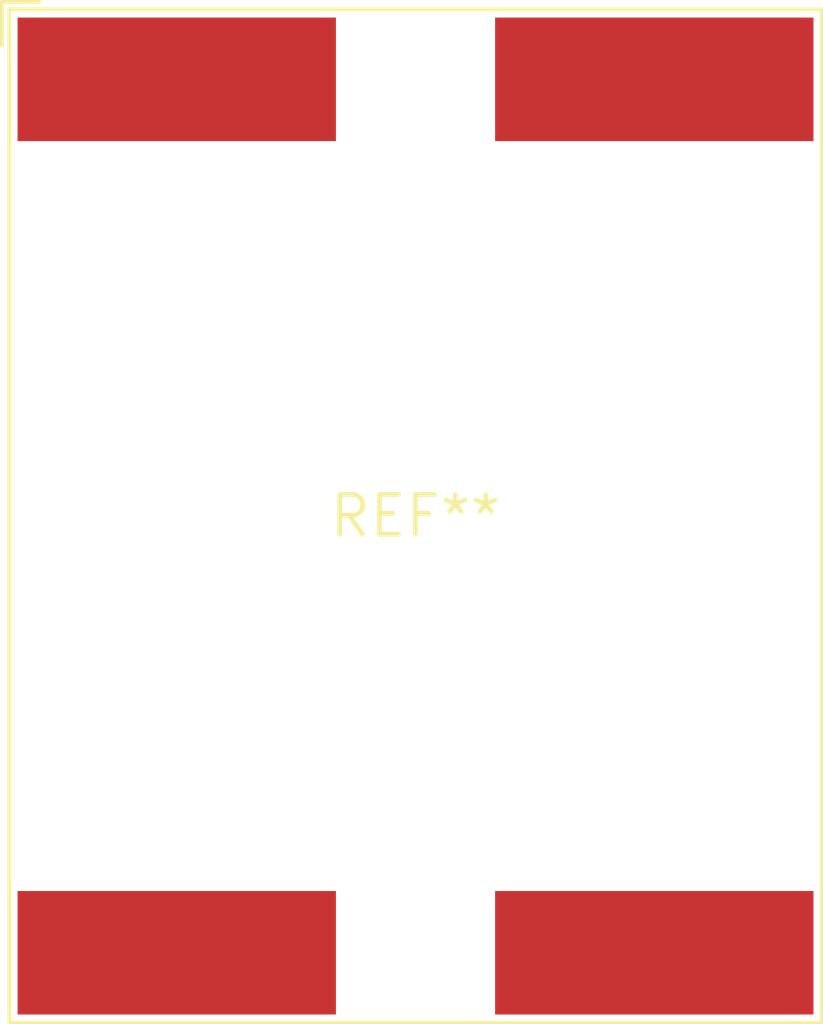
<source format=kicad_pcb>
(kicad_pcb (version 20240108) (generator pcbnew)
  (layers (0 "F.Cu" signal) (31 "B.Cu" signal) (34 "B.Paste" user) (35 "F.Paste" user) (36 "B.SilkS" user "B.Silkscreen") (37 "F.SilkS" user "F.Silkscreen") (38 "B.Mask" user) (39 "F.Mask" user) (44 "Edge.Cuts" user))
  (net 0 "")
  (footprint "L_Pulse_P059x" (layer "F.Cu") (at 0 0)
    (property "Reference" "REF**")
    (property "Value" "L_Pulse_P059x")
    (fp_line (start -13.2 -16.4) (end -12 -16.4) (layer "F.SilkS") (stroke (width 0.12)))
    (fp_line (start -13.2 -15) (end -13.2 -16.4) (layer "F.SilkS") (stroke (width 0.12)))
    (fp_line (start -12.96 -16.16) (end 12.96 -16.16) (layer "F.SilkS") (stroke (width 0.12)))
    (fp_line (start -12.96 16.16) (end -12.96 -16.16) (layer "F.SilkS") (stroke (width 0.12)))
    (fp_line (start 12.96 -16.16) (end 12.96 16.16) (layer "F.SilkS") (stroke (width 0.12)))
    (fp_line (start 12.96 16.16) (end -12.96 16.16) (layer "F.SilkS") (stroke (width 0.12)))
    (pad "1" smd rect (at -7.62 -13.93) (size 10.16 3.94) (layers "F.Cu" "F.Paste" "F.Mask"))
    (pad "2" smd rect (at 7.62 -13.93) (size 10.16 3.94) (layers "F.Cu" "F.Paste" "F.Mask"))
    (pad "3" smd rect (at 7.62 13.93) (size 10.16 3.94) (layers "F.Cu" "F.Paste" "F.Mask"))
    (pad "4" smd rect (at -7.62 13.93) (size 10.16 3.94) (layers "F.Cu" "F.Paste" "F.Mask"))
  )
)
</source>
